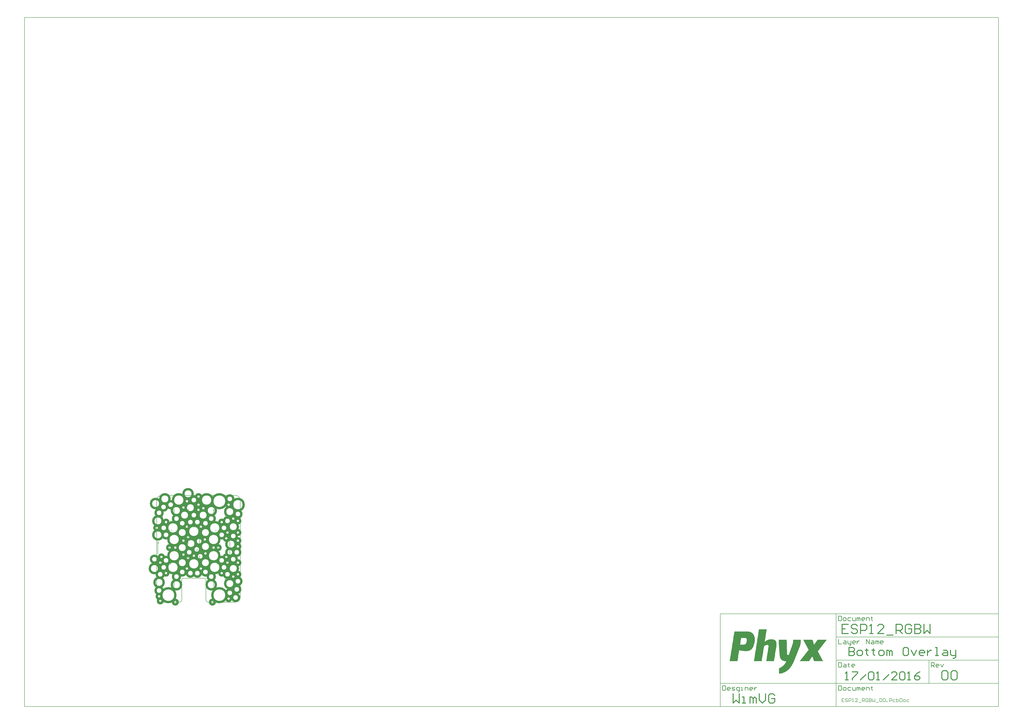
<source format=gbo>
G04 Layer_Color=32896*
%FSLAX25Y25*%
%MOIN*%
G70*
G01*
G75*
%ADD10C,0.03937*%
%ADD12C,0.00591*%
%ADD34C,0.00984*%
%ADD35C,0.01575*%
%ADD36C,0.00787*%
G36*
X92913Y90551D02*
Y88583D01*
X91929Y87598D01*
X88583D01*
X90551Y89567D01*
Y91535D01*
X92913Y90551D01*
D02*
G37*
G36*
X66929Y107087D02*
X65158Y105315D01*
X62992D01*
X60039Y108268D01*
Y110236D01*
X66929D01*
Y107087D01*
D02*
G37*
G36*
X85630Y77756D02*
Y75787D01*
X84646Y74803D01*
X80709D01*
X79724Y75787D01*
X80709Y76772D01*
Y78740D01*
X85630Y77756D01*
D02*
G37*
G36*
X79134Y87598D02*
Y84646D01*
X78150Y83661D01*
X75787D01*
X73819Y85630D01*
Y90551D01*
X79134Y87598D01*
D02*
G37*
G36*
X49213Y165354D02*
X45276D01*
Y169291D01*
X49213D01*
Y165354D01*
D02*
G37*
G36*
X75133Y169291D02*
X68898D01*
Y175197D01*
X75133D01*
Y169291D01*
D02*
G37*
G36*
X77756Y111221D02*
Y109252D01*
X76772Y108268D01*
X75787D01*
X73819Y110236D01*
X68898D01*
Y111221D01*
X72835Y115157D01*
Y118110D01*
X77756Y111221D01*
D02*
G37*
G36*
X94488Y163386D02*
X94177D01*
X93248Y163508D01*
X92092Y163987D01*
X91348Y164558D01*
X91128Y164778D01*
X90551Y165354D01*
X92520Y167323D01*
X94488D01*
Y163386D01*
D02*
G37*
G36*
X1093521Y-64032D02*
Y-64318D01*
Y-64605D01*
Y-64891D01*
Y-65177D01*
Y-65464D01*
Y-65750D01*
Y-66036D01*
Y-66322D01*
Y-66609D01*
Y-66895D01*
Y-67181D01*
Y-67468D01*
Y-67754D01*
Y-68040D01*
Y-68327D01*
Y-68613D01*
Y-68899D01*
Y-69186D01*
Y-69472D01*
Y-69758D01*
X1093234D01*
Y-70044D01*
Y-70331D01*
Y-70617D01*
Y-70903D01*
Y-71190D01*
X1092948D01*
Y-71476D01*
Y-71762D01*
Y-72049D01*
Y-72335D01*
X1092662D01*
Y-72621D01*
Y-72908D01*
Y-73194D01*
Y-73480D01*
X1092375D01*
Y-73767D01*
Y-74053D01*
Y-74339D01*
X1092089D01*
Y-74625D01*
Y-74912D01*
Y-75198D01*
X1091803D01*
Y-75485D01*
Y-75771D01*
Y-76057D01*
X1091516D01*
Y-76343D01*
Y-76630D01*
Y-76916D01*
X1091230D01*
Y-77202D01*
Y-77489D01*
X1090944D01*
Y-77775D01*
Y-78061D01*
X1090657D01*
Y-78348D01*
Y-78634D01*
Y-78920D01*
X1090371D01*
Y-79207D01*
Y-79493D01*
X1090085D01*
Y-79779D01*
Y-80066D01*
Y-80352D01*
X1089799D01*
Y-80638D01*
Y-80924D01*
X1089512D01*
Y-81211D01*
Y-81497D01*
Y-81783D01*
X1089226D01*
Y-82070D01*
Y-82356D01*
X1088939D01*
Y-82642D01*
Y-82929D01*
Y-83215D01*
X1088653D01*
Y-83501D01*
Y-83788D01*
X1088367D01*
Y-84074D01*
Y-84360D01*
Y-84646D01*
X1088081D01*
Y-84933D01*
Y-85219D01*
X1087794D01*
Y-85505D01*
Y-85792D01*
Y-86078D01*
X1087508D01*
Y-86364D01*
Y-86651D01*
X1087222D01*
Y-86937D01*
Y-87223D01*
Y-87510D01*
X1086935D01*
Y-87796D01*
Y-88082D01*
X1086649D01*
Y-88369D01*
Y-88655D01*
Y-88941D01*
X1086363D01*
Y-89227D01*
Y-89514D01*
X1086076D01*
Y-89800D01*
Y-90086D01*
Y-90373D01*
X1085790D01*
Y-90659D01*
Y-90945D01*
X1085504D01*
Y-91232D01*
Y-91518D01*
Y-91804D01*
X1085217D01*
Y-92091D01*
Y-92377D01*
X1084931D01*
Y-92663D01*
Y-92950D01*
Y-93236D01*
X1084645D01*
Y-93522D01*
Y-93809D01*
X1084359D01*
Y-94095D01*
Y-94381D01*
Y-94667D01*
X1084072D01*
Y-94954D01*
Y-95240D01*
X1083786D01*
Y-95526D01*
Y-95813D01*
Y-96099D01*
X1083500D01*
Y-96385D01*
Y-96672D01*
X1083213D01*
Y-96958D01*
Y-97244D01*
Y-97531D01*
X1082927D01*
Y-97817D01*
Y-98103D01*
X1082641D01*
Y-98390D01*
Y-98676D01*
Y-98962D01*
X1082354D01*
Y-99248D01*
Y-99535D01*
X1082068D01*
Y-99821D01*
Y-100107D01*
Y-100394D01*
X1081782D01*
Y-100680D01*
Y-100966D01*
X1081495D01*
Y-101253D01*
Y-101539D01*
X1081209D01*
Y-101825D01*
Y-102112D01*
X1080923D01*
Y-102398D01*
Y-102684D01*
Y-102971D01*
X1080637D01*
Y-103257D01*
X1080350D01*
Y-103543D01*
Y-103829D01*
Y-104116D01*
X1080064D01*
Y-104402D01*
X1079778D01*
Y-104688D01*
Y-104975D01*
X1079491D01*
Y-105261D01*
Y-105547D01*
X1079205D01*
Y-105834D01*
Y-106120D01*
X1078919D01*
Y-106406D01*
Y-106693D01*
X1078632D01*
Y-106979D01*
X1078346D01*
Y-107265D01*
Y-107552D01*
X1078060D01*
Y-107838D01*
Y-108124D01*
X1077773D01*
Y-108410D01*
X1077487D01*
Y-108697D01*
X1077201D01*
Y-108983D01*
Y-109269D01*
X1076914D01*
Y-109556D01*
X1076628D01*
Y-109842D01*
Y-110128D01*
X1076342D01*
Y-110415D01*
X1076056D01*
Y-110701D01*
X1075769D01*
Y-110987D01*
Y-111274D01*
X1075483D01*
Y-111560D01*
X1075196D01*
Y-111846D01*
X1074910D01*
Y-112133D01*
X1074624D01*
Y-112419D01*
X1074338D01*
Y-112705D01*
Y-112991D01*
X1074051D01*
Y-113278D01*
X1073765D01*
Y-113564D01*
X1073479D01*
Y-113850D01*
X1073192D01*
Y-114137D01*
X1072906D01*
Y-114423D01*
X1072620D01*
Y-114709D01*
X1072333D01*
Y-114996D01*
X1071761D01*
Y-115282D01*
X1071474D01*
Y-115568D01*
X1071188D01*
Y-115855D01*
X1070902D01*
Y-116141D01*
X1070615D01*
Y-116427D01*
X1070043D01*
Y-116714D01*
X1069757D01*
Y-117000D01*
X1069184D01*
Y-117286D01*
X1068898D01*
Y-117572D01*
X1068325D01*
Y-117859D01*
X1068039D01*
Y-118145D01*
X1067466D01*
Y-118431D01*
X1066893D01*
Y-118718D01*
X1066321D01*
Y-119004D01*
X1065748D01*
Y-119290D01*
X1065176D01*
Y-119577D01*
X1064317D01*
Y-119863D01*
X1063744D01*
Y-120149D01*
X1062885D01*
Y-120436D01*
X1061740D01*
Y-120722D01*
X1060595D01*
Y-121008D01*
X1058877D01*
Y-121294D01*
X1056872D01*
Y-121581D01*
X1056586D01*
Y-121294D01*
Y-121008D01*
Y-120722D01*
Y-120436D01*
Y-120149D01*
Y-119863D01*
Y-119577D01*
Y-119290D01*
Y-119004D01*
Y-118718D01*
Y-118431D01*
Y-118145D01*
Y-117859D01*
Y-117572D01*
Y-117286D01*
Y-117000D01*
Y-116714D01*
Y-116427D01*
Y-116141D01*
Y-115855D01*
Y-115568D01*
Y-115282D01*
Y-114996D01*
Y-114709D01*
Y-114423D01*
Y-114137D01*
Y-113850D01*
Y-113564D01*
Y-113278D01*
Y-112991D01*
Y-112705D01*
Y-112419D01*
Y-112133D01*
X1057159D01*
Y-111846D01*
X1057731D01*
Y-111560D01*
X1058304D01*
Y-111274D01*
X1058877D01*
Y-110987D01*
X1059449D01*
Y-110701D01*
X1060022D01*
Y-110415D01*
X1060308D01*
Y-110128D01*
X1060881D01*
Y-109842D01*
X1061167D01*
Y-109556D01*
X1061740D01*
Y-109269D01*
X1062026D01*
Y-108983D01*
X1062312D01*
Y-108697D01*
X1062885D01*
Y-108410D01*
X1063171D01*
Y-108124D01*
X1063458D01*
Y-107838D01*
X1063744D01*
Y-107552D01*
X1064030D01*
Y-107265D01*
X1064317D01*
Y-106979D01*
X1064603D01*
Y-106693D01*
X1064889D01*
Y-106406D01*
X1065176D01*
Y-106120D01*
X1065462D01*
Y-105834D01*
X1065748D01*
Y-105547D01*
X1066035D01*
Y-105261D01*
Y-104975D01*
X1066321D01*
Y-104688D01*
X1066607D01*
Y-104402D01*
X1066893D01*
Y-104116D01*
Y-103829D01*
X1067180D01*
Y-103543D01*
X1067466D01*
Y-103257D01*
Y-102971D01*
X1067752D01*
Y-102684D01*
Y-102398D01*
X1068039D01*
Y-102112D01*
X1068325D01*
Y-101825D01*
Y-101539D01*
X1068611D01*
Y-101253D01*
Y-100966D01*
X1068898D01*
Y-100680D01*
Y-100394D01*
X1067180D01*
Y-100107D01*
X1065176D01*
Y-99821D01*
X1064030D01*
Y-99535D01*
X1063458D01*
Y-99248D01*
X1062599D01*
Y-98962D01*
X1062026D01*
Y-98676D01*
X1061740D01*
Y-98390D01*
X1061167D01*
Y-98103D01*
X1060881D01*
Y-97817D01*
X1060595D01*
Y-97531D01*
X1060308D01*
Y-97244D01*
X1060022D01*
Y-96958D01*
X1059736D01*
Y-96672D01*
Y-96385D01*
X1059449D01*
Y-96099D01*
X1059163D01*
Y-95813D01*
Y-95526D01*
X1058877D01*
Y-95240D01*
Y-94954D01*
X1058590D01*
Y-94667D01*
Y-94381D01*
X1058304D01*
Y-94095D01*
Y-93809D01*
Y-93522D01*
X1058018D01*
Y-93236D01*
Y-92950D01*
Y-92663D01*
Y-92377D01*
X1057731D01*
Y-92091D01*
Y-91804D01*
Y-91518D01*
Y-91232D01*
Y-90945D01*
Y-90659D01*
Y-90373D01*
X1057445D01*
Y-90086D01*
Y-89800D01*
Y-89514D01*
Y-89227D01*
Y-88941D01*
Y-88655D01*
Y-88369D01*
Y-88082D01*
Y-87796D01*
Y-87510D01*
Y-87223D01*
Y-86937D01*
Y-86651D01*
Y-86364D01*
Y-86078D01*
X1057159D01*
Y-85792D01*
Y-85505D01*
Y-85219D01*
Y-84933D01*
Y-84646D01*
Y-84360D01*
Y-84074D01*
Y-83788D01*
Y-83501D01*
Y-83215D01*
Y-82929D01*
Y-82642D01*
Y-82356D01*
Y-82070D01*
Y-81783D01*
X1056872D01*
Y-81497D01*
Y-81211D01*
Y-80924D01*
Y-80638D01*
Y-80352D01*
Y-80066D01*
Y-79779D01*
Y-79493D01*
Y-79207D01*
Y-78920D01*
Y-78634D01*
Y-78348D01*
Y-78061D01*
Y-77775D01*
Y-77489D01*
Y-77202D01*
X1056586D01*
Y-76916D01*
Y-76630D01*
Y-76343D01*
Y-76057D01*
Y-75771D01*
Y-75485D01*
Y-75198D01*
Y-74912D01*
Y-74625D01*
Y-74339D01*
Y-74053D01*
Y-73767D01*
Y-73480D01*
Y-73194D01*
Y-72908D01*
Y-72621D01*
X1056300D01*
Y-72335D01*
Y-72049D01*
Y-71762D01*
Y-71476D01*
Y-71190D01*
Y-70903D01*
Y-70617D01*
Y-70331D01*
Y-70044D01*
Y-69758D01*
Y-69472D01*
Y-69186D01*
Y-68899D01*
Y-68613D01*
X1056014D01*
Y-68327D01*
Y-68040D01*
Y-67754D01*
Y-67468D01*
Y-67181D01*
Y-66895D01*
Y-66609D01*
Y-66322D01*
Y-66036D01*
Y-65750D01*
Y-65464D01*
Y-65177D01*
Y-64891D01*
Y-64605D01*
Y-64318D01*
Y-64032D01*
X1055727D01*
Y-63746D01*
X1069470D01*
Y-64032D01*
Y-64318D01*
Y-64605D01*
Y-64891D01*
Y-65177D01*
Y-65464D01*
Y-65750D01*
Y-66036D01*
Y-66322D01*
Y-66609D01*
Y-66895D01*
Y-67181D01*
Y-67468D01*
Y-67754D01*
X1069757D01*
Y-68040D01*
Y-68327D01*
Y-68613D01*
Y-68899D01*
Y-69186D01*
Y-69472D01*
Y-69758D01*
Y-70044D01*
Y-70331D01*
Y-70617D01*
Y-70903D01*
Y-71190D01*
Y-71476D01*
Y-71762D01*
Y-72049D01*
Y-72335D01*
Y-72621D01*
Y-72908D01*
Y-73194D01*
Y-73480D01*
Y-73767D01*
Y-74053D01*
Y-74339D01*
Y-74625D01*
Y-74912D01*
Y-75198D01*
Y-75485D01*
Y-75771D01*
Y-76057D01*
Y-76343D01*
Y-76630D01*
Y-76916D01*
Y-77202D01*
Y-77489D01*
Y-77775D01*
Y-78061D01*
Y-78348D01*
Y-78634D01*
Y-78920D01*
Y-79207D01*
Y-79493D01*
X1070043D01*
Y-79779D01*
X1069757D01*
Y-80066D01*
Y-80352D01*
X1070043D01*
Y-80638D01*
Y-80924D01*
Y-81211D01*
Y-81497D01*
Y-81783D01*
Y-82070D01*
Y-82356D01*
Y-82642D01*
Y-82929D01*
Y-83215D01*
Y-83501D01*
Y-83788D01*
Y-84074D01*
Y-84360D01*
Y-84646D01*
Y-84933D01*
Y-85219D01*
Y-85505D01*
Y-85792D01*
Y-86078D01*
Y-86364D01*
Y-86651D01*
Y-86937D01*
Y-87223D01*
Y-87510D01*
Y-87796D01*
X1070329D01*
Y-88082D01*
Y-88369D01*
Y-88655D01*
X1070615D01*
Y-88941D01*
X1070902D01*
Y-89227D01*
X1071188D01*
Y-89514D01*
X1072047D01*
Y-89800D01*
X1072906D01*
Y-89514D01*
X1073192D01*
Y-89227D01*
Y-88941D01*
Y-88655D01*
X1073479D01*
Y-88369D01*
Y-88082D01*
X1073765D01*
Y-87796D01*
Y-87510D01*
Y-87223D01*
X1074051D01*
Y-86937D01*
Y-86651D01*
Y-86364D01*
X1074338D01*
Y-86078D01*
Y-85792D01*
Y-85505D01*
X1074624D01*
Y-85219D01*
Y-84933D01*
Y-84646D01*
X1074910D01*
Y-84360D01*
Y-84074D01*
X1075196D01*
Y-83788D01*
Y-83501D01*
Y-83215D01*
X1075483D01*
Y-82929D01*
Y-82642D01*
Y-82356D01*
X1075769D01*
Y-82070D01*
Y-81783D01*
Y-81497D01*
X1076056D01*
Y-81211D01*
Y-80924D01*
X1076342D01*
Y-80638D01*
Y-80352D01*
Y-80066D01*
X1076628D01*
Y-79779D01*
Y-79493D01*
Y-79207D01*
X1076914D01*
Y-78920D01*
Y-78634D01*
Y-78348D01*
X1077201D01*
Y-78061D01*
Y-77775D01*
X1077487D01*
Y-77489D01*
Y-77202D01*
Y-76916D01*
X1077773D01*
Y-76630D01*
Y-76343D01*
Y-76057D01*
X1078060D01*
Y-75771D01*
Y-75485D01*
Y-75198D01*
X1078346D01*
Y-74912D01*
Y-74625D01*
X1078632D01*
Y-74339D01*
Y-74053D01*
Y-73767D01*
X1078919D01*
Y-73480D01*
Y-73194D01*
Y-72908D01*
X1079205D01*
Y-72621D01*
Y-72335D01*
Y-72049D01*
X1079491D01*
Y-71762D01*
Y-71476D01*
Y-71190D01*
Y-70903D01*
X1079778D01*
Y-70617D01*
Y-70331D01*
Y-70044D01*
Y-69758D01*
X1080064D01*
Y-69472D01*
Y-69186D01*
Y-68899D01*
Y-68613D01*
Y-68327D01*
X1080350D01*
Y-68040D01*
Y-67754D01*
Y-67468D01*
Y-67181D01*
Y-66895D01*
Y-66609D01*
X1080637D01*
Y-66322D01*
Y-66036D01*
Y-65750D01*
Y-65464D01*
Y-65177D01*
Y-64891D01*
Y-64605D01*
Y-64318D01*
Y-64032D01*
Y-63746D01*
X1093521D01*
Y-64032D01*
D02*
G37*
G36*
X1035685Y-46567D02*
Y-46853D01*
X1035399D01*
Y-47139D01*
Y-47426D01*
Y-47712D01*
Y-47998D01*
Y-48285D01*
Y-48571D01*
X1035113D01*
Y-48857D01*
Y-49144D01*
Y-49430D01*
Y-49716D01*
Y-50003D01*
Y-50289D01*
X1034826D01*
Y-50575D01*
Y-50862D01*
Y-51148D01*
Y-51434D01*
Y-51720D01*
Y-52007D01*
Y-52293D01*
X1034540D01*
Y-52579D01*
Y-52866D01*
Y-53152D01*
Y-53438D01*
Y-53725D01*
Y-54011D01*
X1034254D01*
Y-54297D01*
Y-54584D01*
Y-54870D01*
Y-55156D01*
Y-55443D01*
Y-55729D01*
X1033967D01*
Y-56015D01*
Y-56301D01*
Y-56588D01*
Y-56874D01*
Y-57161D01*
Y-57447D01*
Y-57733D01*
X1033681D01*
Y-58019D01*
Y-58306D01*
Y-58592D01*
Y-58878D01*
Y-59165D01*
Y-59451D01*
X1033395D01*
Y-59737D01*
Y-60024D01*
Y-60310D01*
Y-60596D01*
Y-60883D01*
Y-61169D01*
X1033109D01*
Y-61455D01*
Y-61742D01*
Y-62028D01*
Y-62314D01*
Y-62600D01*
Y-62887D01*
X1032822D01*
Y-63173D01*
Y-63459D01*
Y-63746D01*
Y-64032D01*
Y-64318D01*
Y-64605D01*
Y-64891D01*
X1032536D01*
Y-65177D01*
Y-65464D01*
Y-65750D01*
Y-66036D01*
Y-66322D01*
Y-66609D01*
X1032250D01*
Y-66895D01*
Y-67181D01*
X1032822D01*
Y-66895D01*
X1033109D01*
Y-66609D01*
X1033395D01*
Y-66322D01*
X1033967D01*
Y-66036D01*
X1034254D01*
Y-65750D01*
X1034540D01*
Y-65464D01*
X1035113D01*
Y-65177D01*
X1035685D01*
Y-64891D01*
X1035972D01*
Y-64605D01*
X1036544D01*
Y-64318D01*
X1037403D01*
Y-64032D01*
X1037976D01*
Y-63746D01*
X1038835D01*
Y-63459D01*
X1040266D01*
Y-63173D01*
X1046565D01*
Y-63459D01*
X1047711D01*
Y-63746D01*
X1048569D01*
Y-64032D01*
X1049142D01*
Y-64318D01*
X1049428D01*
Y-64605D01*
X1050001D01*
Y-64891D01*
X1050287D01*
Y-65177D01*
X1050574D01*
Y-65464D01*
X1050860D01*
Y-65750D01*
X1051146D01*
Y-66036D01*
Y-66322D01*
X1051433D01*
Y-66609D01*
Y-66895D01*
X1051719D01*
Y-67181D01*
Y-67468D01*
Y-67754D01*
X1052005D01*
Y-68040D01*
Y-68327D01*
Y-68613D01*
Y-68899D01*
X1052291D01*
Y-69186D01*
Y-69472D01*
Y-69758D01*
Y-70044D01*
Y-70331D01*
Y-70617D01*
Y-70903D01*
Y-71190D01*
Y-71476D01*
Y-71762D01*
Y-72049D01*
Y-72335D01*
Y-72621D01*
Y-72908D01*
Y-73194D01*
Y-73480D01*
Y-73767D01*
Y-74053D01*
X1052005D01*
Y-74339D01*
Y-74625D01*
Y-74912D01*
Y-75198D01*
Y-75485D01*
Y-75771D01*
Y-76057D01*
X1051719D01*
Y-76343D01*
Y-76630D01*
Y-76916D01*
Y-77202D01*
Y-77489D01*
Y-77775D01*
Y-78061D01*
X1051433D01*
Y-78348D01*
Y-78634D01*
Y-78920D01*
Y-79207D01*
Y-79493D01*
Y-79779D01*
X1051146D01*
Y-80066D01*
Y-80352D01*
Y-80638D01*
Y-80924D01*
Y-81211D01*
Y-81497D01*
X1050860D01*
Y-81783D01*
Y-82070D01*
Y-82356D01*
Y-82642D01*
Y-82929D01*
Y-83215D01*
X1050574D01*
Y-83501D01*
Y-83788D01*
Y-84074D01*
Y-84360D01*
Y-84646D01*
Y-84933D01*
Y-85219D01*
X1050287D01*
Y-85505D01*
Y-85792D01*
Y-86078D01*
Y-86364D01*
Y-86651D01*
Y-86937D01*
X1050001D01*
Y-87223D01*
Y-87510D01*
Y-87796D01*
Y-88082D01*
Y-88369D01*
Y-88655D01*
X1049715D01*
Y-88941D01*
Y-89227D01*
Y-89514D01*
Y-89800D01*
Y-90086D01*
Y-90373D01*
Y-90659D01*
X1049428D01*
Y-90945D01*
Y-91232D01*
Y-91518D01*
Y-91804D01*
Y-92091D01*
Y-92377D01*
X1049142D01*
Y-92663D01*
Y-92950D01*
Y-93236D01*
Y-93522D01*
Y-93809D01*
Y-94095D01*
X1048856D01*
Y-94381D01*
Y-94667D01*
Y-94954D01*
Y-95240D01*
Y-95526D01*
Y-95813D01*
X1048569D01*
Y-96099D01*
Y-96385D01*
Y-96672D01*
Y-96958D01*
Y-97244D01*
Y-97531D01*
Y-97817D01*
X1048283D01*
Y-98103D01*
Y-98390D01*
Y-98676D01*
Y-98962D01*
Y-99248D01*
Y-99535D01*
X1047997D01*
Y-99821D01*
Y-100107D01*
X1034826D01*
Y-99821D01*
Y-99535D01*
X1035113D01*
Y-99248D01*
Y-98962D01*
Y-98676D01*
Y-98390D01*
Y-98103D01*
Y-97817D01*
X1035399D01*
Y-97531D01*
Y-97244D01*
Y-96958D01*
Y-96672D01*
Y-96385D01*
Y-96099D01*
Y-95813D01*
X1035685D01*
Y-95526D01*
Y-95240D01*
Y-94954D01*
Y-94667D01*
Y-94381D01*
Y-94095D01*
X1035972D01*
Y-93809D01*
Y-93522D01*
Y-93236D01*
Y-92950D01*
Y-92663D01*
Y-92377D01*
X1036258D01*
Y-92091D01*
Y-91804D01*
Y-91518D01*
Y-91232D01*
Y-90945D01*
Y-90659D01*
Y-90373D01*
X1036544D01*
Y-90086D01*
Y-89800D01*
Y-89514D01*
Y-89227D01*
Y-88941D01*
Y-88655D01*
X1036831D01*
Y-88369D01*
Y-88082D01*
Y-87796D01*
Y-87510D01*
Y-87223D01*
Y-86937D01*
Y-86651D01*
X1037117D01*
Y-86364D01*
Y-86078D01*
Y-85792D01*
Y-85505D01*
Y-85219D01*
Y-84933D01*
X1037403D01*
Y-84646D01*
Y-84360D01*
Y-84074D01*
Y-83788D01*
Y-83501D01*
Y-83215D01*
X1037689D01*
Y-82929D01*
Y-82642D01*
Y-82356D01*
Y-82070D01*
Y-81783D01*
Y-81497D01*
X1037976D01*
Y-81211D01*
Y-80924D01*
Y-80638D01*
Y-80352D01*
Y-80066D01*
Y-79779D01*
Y-79493D01*
X1038262D01*
Y-79207D01*
Y-78920D01*
Y-78634D01*
Y-78348D01*
Y-78061D01*
Y-77775D01*
X1038548D01*
Y-77489D01*
Y-77202D01*
Y-76916D01*
Y-76630D01*
Y-76343D01*
Y-76057D01*
Y-75771D01*
X1038835D01*
Y-75485D01*
Y-75198D01*
Y-74912D01*
Y-74625D01*
Y-74339D01*
Y-74053D01*
X1038548D01*
Y-73767D01*
Y-73480D01*
X1038262D01*
Y-73194D01*
X1037976D01*
Y-72908D01*
X1037403D01*
Y-72621D01*
X1035685D01*
Y-72908D01*
X1034254D01*
Y-73194D01*
X1033395D01*
Y-73480D01*
X1032822D01*
Y-73767D01*
X1032536D01*
Y-74053D01*
X1031963D01*
Y-74339D01*
X1031677D01*
Y-74625D01*
X1031391D01*
Y-74912D01*
Y-75198D01*
X1031104D01*
Y-75485D01*
Y-75771D01*
Y-76057D01*
X1030818D01*
Y-76343D01*
Y-76630D01*
Y-76916D01*
Y-77202D01*
Y-77489D01*
Y-77775D01*
X1030532D01*
Y-78061D01*
Y-78348D01*
Y-78634D01*
Y-78920D01*
Y-79207D01*
Y-79493D01*
Y-79779D01*
X1030245D01*
Y-80066D01*
Y-80352D01*
Y-80638D01*
Y-80924D01*
Y-81211D01*
Y-81497D01*
X1029959D01*
Y-81783D01*
Y-82070D01*
Y-82356D01*
Y-82642D01*
Y-82929D01*
Y-83215D01*
X1029673D01*
Y-83501D01*
Y-83788D01*
Y-84074D01*
Y-84360D01*
Y-84646D01*
Y-84933D01*
X1029387D01*
Y-85219D01*
Y-85505D01*
Y-85792D01*
Y-86078D01*
Y-86364D01*
Y-86651D01*
Y-86937D01*
X1029100D01*
Y-87223D01*
Y-87510D01*
Y-87796D01*
Y-88082D01*
Y-88369D01*
Y-88655D01*
X1028814D01*
Y-88941D01*
Y-89227D01*
Y-89514D01*
Y-89800D01*
Y-90086D01*
Y-90373D01*
X1028528D01*
Y-90659D01*
Y-90945D01*
Y-91232D01*
Y-91518D01*
Y-91804D01*
Y-92091D01*
Y-92377D01*
X1028241D01*
Y-92663D01*
Y-92950D01*
Y-93236D01*
Y-93522D01*
Y-93809D01*
Y-94095D01*
X1027955D01*
Y-94381D01*
Y-94667D01*
Y-94954D01*
Y-95240D01*
Y-95526D01*
Y-95813D01*
X1027669D01*
Y-96099D01*
Y-96385D01*
Y-96672D01*
Y-96958D01*
Y-97244D01*
Y-97531D01*
X1027382D01*
Y-97817D01*
Y-98103D01*
Y-98390D01*
Y-98676D01*
Y-98962D01*
Y-99248D01*
Y-99535D01*
X1027096D01*
Y-99821D01*
Y-100107D01*
X1013926D01*
Y-99821D01*
Y-99535D01*
X1014212D01*
Y-99248D01*
Y-98962D01*
Y-98676D01*
Y-98390D01*
Y-98103D01*
Y-97817D01*
Y-97531D01*
X1014498D01*
Y-97244D01*
Y-96958D01*
Y-96672D01*
Y-96385D01*
Y-96099D01*
Y-95813D01*
X1014785D01*
Y-95526D01*
Y-95240D01*
Y-94954D01*
Y-94667D01*
Y-94381D01*
Y-94095D01*
X1015071D01*
Y-93809D01*
Y-93522D01*
Y-93236D01*
Y-92950D01*
Y-92663D01*
Y-92377D01*
Y-92091D01*
X1015357D01*
Y-91804D01*
Y-91518D01*
Y-91232D01*
Y-90945D01*
Y-90659D01*
Y-90373D01*
X1015643D01*
Y-90086D01*
Y-89800D01*
Y-89514D01*
Y-89227D01*
Y-88941D01*
Y-88655D01*
X1015930D01*
Y-88369D01*
Y-88082D01*
Y-87796D01*
Y-87510D01*
Y-87223D01*
Y-86937D01*
X1016216D01*
Y-86651D01*
Y-86364D01*
Y-86078D01*
Y-85792D01*
Y-85505D01*
Y-85219D01*
Y-84933D01*
X1016502D01*
Y-84646D01*
Y-84360D01*
Y-84074D01*
Y-83788D01*
Y-83501D01*
Y-83215D01*
X1016789D01*
Y-82929D01*
Y-82642D01*
Y-82356D01*
Y-82070D01*
Y-81783D01*
Y-81497D01*
X1017075D01*
Y-81211D01*
Y-80924D01*
Y-80638D01*
Y-80352D01*
Y-80066D01*
Y-79779D01*
Y-79493D01*
X1017361D01*
Y-79207D01*
Y-78920D01*
Y-78634D01*
Y-78348D01*
Y-78061D01*
Y-77775D01*
X1017648D01*
Y-77489D01*
Y-77202D01*
Y-76916D01*
Y-76630D01*
Y-76343D01*
Y-76057D01*
X1017934D01*
Y-75771D01*
Y-75485D01*
Y-75198D01*
Y-74912D01*
Y-74625D01*
Y-74339D01*
X1018220D01*
Y-74053D01*
Y-73767D01*
Y-73480D01*
Y-73194D01*
Y-72908D01*
Y-72621D01*
Y-72335D01*
X1018507D01*
Y-72049D01*
Y-71762D01*
Y-71476D01*
Y-71190D01*
Y-70903D01*
Y-70617D01*
X1018793D01*
Y-70331D01*
Y-70044D01*
Y-69758D01*
Y-69472D01*
Y-69186D01*
Y-68899D01*
X1019079D01*
Y-68613D01*
Y-68327D01*
Y-68040D01*
Y-67754D01*
Y-67468D01*
Y-67181D01*
X1019366D01*
Y-66895D01*
Y-66609D01*
Y-66322D01*
Y-66036D01*
Y-65750D01*
Y-65464D01*
Y-65177D01*
X1019652D01*
Y-64891D01*
Y-64605D01*
Y-64318D01*
Y-64032D01*
Y-63746D01*
Y-63459D01*
X1019938D01*
Y-63173D01*
Y-62887D01*
Y-62600D01*
Y-62314D01*
Y-62028D01*
Y-61742D01*
X1020224D01*
Y-61455D01*
Y-61169D01*
Y-60883D01*
Y-60596D01*
Y-60310D01*
Y-60024D01*
Y-59737D01*
X1020511D01*
Y-59451D01*
Y-59165D01*
Y-58878D01*
Y-58592D01*
Y-58306D01*
Y-58019D01*
X1020797D01*
Y-57733D01*
Y-57447D01*
Y-57161D01*
Y-56874D01*
Y-56588D01*
Y-56301D01*
X1021083D01*
Y-56015D01*
Y-55729D01*
Y-55443D01*
Y-55156D01*
Y-54870D01*
Y-54584D01*
X1021370D01*
Y-54297D01*
Y-54011D01*
Y-53725D01*
Y-53438D01*
Y-53152D01*
Y-52866D01*
Y-52579D01*
X1021656D01*
Y-52293D01*
Y-52007D01*
Y-51720D01*
Y-51434D01*
Y-51148D01*
Y-50862D01*
X1021942D01*
Y-50575D01*
Y-50289D01*
Y-50003D01*
Y-49716D01*
Y-49430D01*
Y-49144D01*
X1022229D01*
Y-48857D01*
Y-48571D01*
Y-48285D01*
Y-47998D01*
Y-47712D01*
Y-47426D01*
Y-47139D01*
X1022515D01*
Y-46853D01*
Y-46567D01*
Y-46281D01*
X1035685D01*
Y-46567D01*
D02*
G37*
G36*
X1004477Y-50003D02*
X1006195D01*
Y-50289D01*
X1007054D01*
Y-50575D01*
X1007913D01*
Y-50862D01*
X1008772D01*
Y-51148D01*
X1009345D01*
Y-51434D01*
X1009631D01*
Y-51720D01*
X1010203D01*
Y-52007D01*
X1010490D01*
Y-52293D01*
X1011062D01*
Y-52579D01*
X1011349D01*
Y-52866D01*
X1011635D01*
Y-53152D01*
X1011921D01*
Y-53438D01*
X1012208D01*
Y-53725D01*
X1012494D01*
Y-54011D01*
X1012780D01*
Y-54297D01*
Y-54584D01*
X1013067D01*
Y-54870D01*
X1013353D01*
Y-55156D01*
Y-55443D01*
X1013639D01*
Y-55729D01*
X1013926D01*
Y-56015D01*
Y-56301D01*
X1014212D01*
Y-56588D01*
Y-56874D01*
Y-57161D01*
X1014498D01*
Y-57447D01*
Y-57733D01*
Y-58019D01*
X1014785D01*
Y-58306D01*
Y-58592D01*
Y-58878D01*
Y-59165D01*
X1015071D01*
Y-59451D01*
Y-59737D01*
Y-60024D01*
Y-60310D01*
Y-60596D01*
X1015357D01*
Y-60883D01*
Y-61169D01*
Y-61455D01*
Y-61742D01*
Y-62028D01*
Y-62314D01*
Y-62600D01*
Y-62887D01*
Y-63173D01*
Y-63459D01*
Y-63746D01*
Y-64032D01*
Y-64318D01*
Y-64605D01*
Y-64891D01*
Y-65177D01*
Y-65464D01*
Y-65750D01*
Y-66036D01*
Y-66322D01*
X1015071D01*
Y-66609D01*
Y-66895D01*
Y-67181D01*
Y-67468D01*
Y-67754D01*
Y-68040D01*
Y-68327D01*
X1014785D01*
Y-68613D01*
Y-68899D01*
Y-69186D01*
Y-69472D01*
Y-69758D01*
X1014498D01*
Y-70044D01*
Y-70331D01*
Y-70617D01*
Y-70903D01*
Y-71190D01*
X1014212D01*
Y-71476D01*
Y-71762D01*
Y-72049D01*
X1013926D01*
Y-72335D01*
Y-72621D01*
Y-72908D01*
Y-73194D01*
X1013639D01*
Y-73480D01*
Y-73767D01*
Y-74053D01*
X1013353D01*
Y-74339D01*
Y-74625D01*
X1013067D01*
Y-74912D01*
Y-75198D01*
Y-75485D01*
X1012780D01*
Y-75771D01*
Y-76057D01*
X1012494D01*
Y-76343D01*
Y-76630D01*
X1012208D01*
Y-76916D01*
Y-77202D01*
X1011921D01*
Y-77489D01*
X1011635D01*
Y-77775D01*
Y-78061D01*
X1011349D01*
Y-78348D01*
X1011062D01*
Y-78634D01*
X1010776D01*
Y-78920D01*
Y-79207D01*
X1010490D01*
Y-79493D01*
X1010203D01*
Y-79779D01*
X1009917D01*
Y-80066D01*
X1009631D01*
Y-80352D01*
X1009345D01*
Y-80638D01*
X1008772D01*
Y-80924D01*
X1008486D01*
Y-81211D01*
X1007913D01*
Y-81497D01*
X1007627D01*
Y-81783D01*
X1007054D01*
Y-82070D01*
X1006195D01*
Y-82356D01*
X1005336D01*
Y-82642D01*
X1004477D01*
Y-82929D01*
X1002759D01*
Y-83215D01*
X997606D01*
Y-82929D01*
X995029D01*
Y-82642D01*
X993025D01*
Y-82356D01*
X991593D01*
Y-82070D01*
X990162D01*
Y-81783D01*
X988730D01*
Y-82070D01*
Y-82356D01*
Y-82642D01*
Y-82929D01*
Y-83215D01*
Y-83501D01*
Y-83788D01*
X988444D01*
Y-84074D01*
Y-84360D01*
Y-84646D01*
Y-84933D01*
Y-85219D01*
Y-85505D01*
X988157D01*
Y-85792D01*
Y-86078D01*
Y-86364D01*
Y-86651D01*
Y-86937D01*
Y-87223D01*
X987871D01*
Y-87510D01*
Y-87796D01*
Y-88082D01*
Y-88369D01*
Y-88655D01*
Y-88941D01*
Y-89227D01*
X987585D01*
Y-89514D01*
Y-89800D01*
Y-90086D01*
Y-90373D01*
Y-90659D01*
Y-90945D01*
X987298D01*
Y-91232D01*
Y-91518D01*
Y-91804D01*
Y-92091D01*
Y-92377D01*
Y-92663D01*
X987012D01*
Y-92950D01*
Y-93236D01*
Y-93522D01*
Y-93809D01*
Y-94095D01*
Y-94381D01*
Y-94667D01*
X986726D01*
Y-94954D01*
Y-95240D01*
Y-95526D01*
Y-95813D01*
Y-96099D01*
Y-96385D01*
X986440D01*
Y-96672D01*
Y-96958D01*
Y-97244D01*
Y-97531D01*
Y-97817D01*
Y-98103D01*
X986153D01*
Y-98390D01*
Y-98676D01*
Y-98962D01*
Y-99248D01*
Y-99535D01*
Y-99821D01*
Y-100107D01*
X972696D01*
Y-99821D01*
X972983D01*
Y-99535D01*
Y-99248D01*
Y-98962D01*
Y-98676D01*
Y-98390D01*
X973269D01*
Y-98103D01*
Y-97817D01*
Y-97531D01*
Y-97244D01*
Y-96958D01*
Y-96672D01*
Y-96385D01*
X973555D01*
Y-96099D01*
Y-95813D01*
Y-95526D01*
Y-95240D01*
Y-94954D01*
Y-94667D01*
X973842D01*
Y-94381D01*
Y-94095D01*
Y-93809D01*
Y-93522D01*
Y-93236D01*
Y-92950D01*
X974128D01*
Y-92663D01*
Y-92377D01*
Y-92091D01*
Y-91804D01*
Y-91518D01*
Y-91232D01*
Y-90945D01*
X974414D01*
Y-90659D01*
Y-90373D01*
Y-90086D01*
Y-89800D01*
Y-89514D01*
Y-89227D01*
X974701D01*
Y-88941D01*
Y-88655D01*
Y-88369D01*
Y-88082D01*
Y-87796D01*
Y-87510D01*
X974987D01*
Y-87223D01*
Y-86937D01*
Y-86651D01*
Y-86364D01*
Y-86078D01*
Y-85792D01*
X975273D01*
Y-85505D01*
Y-85219D01*
Y-84933D01*
Y-84646D01*
Y-84360D01*
Y-84074D01*
Y-83788D01*
X975560D01*
Y-83501D01*
Y-83215D01*
Y-82929D01*
Y-82642D01*
Y-82356D01*
Y-82070D01*
X975846D01*
Y-81783D01*
Y-81497D01*
Y-81211D01*
Y-80924D01*
Y-80638D01*
Y-80352D01*
X976132D01*
Y-80066D01*
Y-79779D01*
Y-79493D01*
Y-79207D01*
Y-78920D01*
Y-78634D01*
X976419D01*
Y-78348D01*
Y-78061D01*
Y-77775D01*
Y-77489D01*
Y-77202D01*
Y-76916D01*
Y-76630D01*
X976705D01*
Y-76343D01*
Y-76057D01*
Y-75771D01*
Y-75485D01*
Y-75198D01*
Y-74912D01*
X976991D01*
Y-74625D01*
Y-74339D01*
Y-74053D01*
Y-73767D01*
Y-73480D01*
Y-73194D01*
X977277D01*
Y-72908D01*
Y-72621D01*
Y-72335D01*
Y-72049D01*
Y-71762D01*
Y-71476D01*
Y-71190D01*
X977564D01*
Y-70903D01*
Y-70617D01*
Y-70331D01*
Y-70044D01*
Y-69758D01*
Y-69472D01*
X977850D01*
Y-69186D01*
Y-68899D01*
Y-68613D01*
Y-68327D01*
Y-68040D01*
Y-67754D01*
X978137D01*
Y-67468D01*
Y-67181D01*
Y-66895D01*
Y-66609D01*
Y-66322D01*
Y-66036D01*
X978423D01*
Y-65750D01*
Y-65464D01*
Y-65177D01*
Y-64891D01*
Y-64605D01*
Y-64318D01*
Y-64032D01*
X978709D01*
Y-63746D01*
Y-63459D01*
Y-63173D01*
Y-62887D01*
Y-62600D01*
Y-62314D01*
X978995D01*
Y-62028D01*
Y-61742D01*
Y-61455D01*
Y-61169D01*
Y-60883D01*
Y-60596D01*
X979282D01*
Y-60310D01*
Y-60024D01*
Y-59737D01*
Y-59451D01*
Y-59165D01*
Y-58878D01*
Y-58592D01*
X979568D01*
Y-58306D01*
Y-58019D01*
Y-57733D01*
Y-57447D01*
Y-57161D01*
Y-56874D01*
X979854D01*
Y-56588D01*
Y-56301D01*
Y-56015D01*
Y-55729D01*
Y-55443D01*
Y-55156D01*
X980141D01*
Y-54870D01*
Y-54584D01*
Y-54297D01*
Y-54011D01*
Y-53725D01*
Y-53438D01*
Y-53152D01*
X980427D01*
Y-52866D01*
Y-52579D01*
Y-52293D01*
Y-52007D01*
Y-51720D01*
Y-51434D01*
X980713D01*
Y-51148D01*
Y-50862D01*
Y-50575D01*
Y-50289D01*
Y-50003D01*
Y-49716D01*
X1004477D01*
Y-50003D01*
D02*
G37*
G36*
X1137613Y-64032D02*
X1137326D01*
Y-64318D01*
X1137040D01*
Y-64605D01*
Y-64891D01*
X1136754D01*
Y-65177D01*
X1136467D01*
Y-65464D01*
X1136181D01*
Y-65750D01*
Y-66036D01*
X1135895D01*
Y-66322D01*
X1135608D01*
Y-66609D01*
X1135322D01*
Y-66895D01*
X1135036D01*
Y-67181D01*
Y-67468D01*
X1134750D01*
Y-67754D01*
X1134463D01*
Y-68040D01*
X1134177D01*
Y-68327D01*
Y-68613D01*
X1133891D01*
Y-68899D01*
X1133604D01*
Y-69186D01*
X1133318D01*
Y-69472D01*
X1133032D01*
Y-69758D01*
Y-70044D01*
X1132745D01*
Y-70331D01*
X1132459D01*
Y-70617D01*
X1132173D01*
Y-70903D01*
Y-71190D01*
X1131886D01*
Y-71476D01*
X1131600D01*
Y-71762D01*
X1131314D01*
Y-72049D01*
Y-72335D01*
X1131028D01*
Y-72621D01*
X1130741D01*
Y-72908D01*
X1130455D01*
Y-73194D01*
X1130169D01*
Y-73480D01*
Y-73767D01*
X1129882D01*
Y-74053D01*
X1129596D01*
Y-74339D01*
X1129310D01*
Y-74625D01*
Y-74912D01*
X1129023D01*
Y-75198D01*
X1128737D01*
Y-75485D01*
X1128451D01*
Y-75771D01*
Y-76057D01*
X1128164D01*
Y-76343D01*
X1127878D01*
Y-76630D01*
X1127592D01*
Y-76916D01*
X1127306D01*
Y-77202D01*
Y-77489D01*
X1127019D01*
Y-77775D01*
X1126733D01*
Y-78061D01*
X1126447D01*
Y-78348D01*
Y-78634D01*
X1126160D01*
Y-78920D01*
X1125874D01*
Y-79207D01*
X1125588D01*
Y-79493D01*
Y-79779D01*
X1125301D01*
Y-80066D01*
X1125015D01*
Y-80352D01*
X1124729D01*
Y-80638D01*
X1124442D01*
Y-80924D01*
Y-81211D01*
X1124156D01*
Y-81497D01*
X1123870D01*
Y-81783D01*
X1123583D01*
Y-82070D01*
Y-82356D01*
X1123297D01*
Y-82642D01*
X1123011D01*
Y-82929D01*
X1122725D01*
Y-83215D01*
X1122438D01*
Y-83501D01*
Y-83788D01*
X1122725D01*
Y-84074D01*
Y-84360D01*
X1123011D01*
Y-84646D01*
Y-84933D01*
X1123297D01*
Y-85219D01*
X1123583D01*
Y-85505D01*
Y-85792D01*
X1123870D01*
Y-86078D01*
Y-86364D01*
X1124156D01*
Y-86651D01*
Y-86937D01*
X1124442D01*
Y-87223D01*
Y-87510D01*
X1124729D01*
Y-87796D01*
Y-88082D01*
X1125015D01*
Y-88369D01*
Y-88655D01*
X1125301D01*
Y-88941D01*
Y-89227D01*
X1125588D01*
Y-89514D01*
Y-89800D01*
X1125874D01*
Y-90086D01*
X1126160D01*
Y-90373D01*
Y-90659D01*
X1126447D01*
Y-90945D01*
Y-91232D01*
X1126733D01*
Y-91518D01*
Y-91804D01*
X1127019D01*
Y-92091D01*
Y-92377D01*
X1127306D01*
Y-92663D01*
Y-92950D01*
X1127592D01*
Y-93236D01*
Y-93522D01*
X1127878D01*
Y-93809D01*
Y-94095D01*
X1128164D01*
Y-94381D01*
X1128451D01*
Y-94667D01*
Y-94954D01*
X1128737D01*
Y-95240D01*
Y-95526D01*
X1129023D01*
Y-95813D01*
Y-96099D01*
X1129310D01*
Y-96385D01*
Y-96672D01*
X1129596D01*
Y-96958D01*
Y-97244D01*
X1129882D01*
Y-97531D01*
Y-97817D01*
X1130169D01*
Y-98103D01*
Y-98390D01*
X1130455D01*
Y-98676D01*
X1130741D01*
Y-98962D01*
Y-99248D01*
X1131028D01*
Y-99535D01*
Y-99821D01*
X1131314D01*
Y-100107D01*
X1116139D01*
Y-99821D01*
X1115853D01*
Y-99535D01*
Y-99248D01*
Y-98962D01*
X1115567D01*
Y-98676D01*
Y-98390D01*
Y-98103D01*
X1115280D01*
Y-97817D01*
Y-97531D01*
X1114994D01*
Y-97244D01*
Y-96958D01*
Y-96672D01*
X1114708D01*
Y-96385D01*
Y-96099D01*
Y-95813D01*
X1114421D01*
Y-95526D01*
Y-95240D01*
X1114135D01*
Y-94954D01*
Y-94667D01*
Y-94381D01*
X1113849D01*
Y-94095D01*
Y-93809D01*
Y-93522D01*
X1113562D01*
Y-93236D01*
Y-92950D01*
Y-92663D01*
X1113276D01*
Y-92377D01*
X1112704D01*
Y-92663D01*
Y-92950D01*
X1112417D01*
Y-93236D01*
X1112131D01*
Y-93522D01*
Y-93809D01*
X1111845D01*
Y-94095D01*
X1111558D01*
Y-94381D01*
Y-94667D01*
X1111272D01*
Y-94954D01*
X1110986D01*
Y-95240D01*
Y-95526D01*
X1110699D01*
Y-95813D01*
X1110413D01*
Y-96099D01*
X1110127D01*
Y-96385D01*
Y-96672D01*
X1109840D01*
Y-96958D01*
X1109554D01*
Y-97244D01*
Y-97531D01*
X1109268D01*
Y-97817D01*
X1108981D01*
Y-98103D01*
Y-98390D01*
X1108695D01*
Y-98676D01*
X1108409D01*
Y-98962D01*
Y-99248D01*
X1108123D01*
Y-99535D01*
X1107836D01*
Y-99821D01*
Y-100107D01*
X1091803D01*
Y-99821D01*
X1092089D01*
Y-99535D01*
X1092375D01*
Y-99248D01*
X1092662D01*
Y-98962D01*
X1092948D01*
Y-98676D01*
Y-98390D01*
X1093234D01*
Y-98103D01*
X1093521D01*
Y-97817D01*
X1093807D01*
Y-97531D01*
X1094093D01*
Y-97244D01*
Y-96958D01*
X1094380D01*
Y-96672D01*
X1094666D01*
Y-96385D01*
X1094952D01*
Y-96099D01*
Y-95813D01*
X1095238D01*
Y-95526D01*
X1095525D01*
Y-95240D01*
X1095811D01*
Y-94954D01*
X1096097D01*
Y-94667D01*
Y-94381D01*
X1096384D01*
Y-94095D01*
X1096670D01*
Y-93809D01*
X1096956D01*
Y-93522D01*
X1097243D01*
Y-93236D01*
Y-92950D01*
X1097529D01*
Y-92663D01*
X1097815D01*
Y-92377D01*
X1098102D01*
Y-92091D01*
Y-91804D01*
X1098388D01*
Y-91518D01*
X1098674D01*
Y-91232D01*
X1098960D01*
Y-90945D01*
X1099247D01*
Y-90659D01*
Y-90373D01*
X1099533D01*
Y-90086D01*
X1099819D01*
Y-89800D01*
X1100106D01*
Y-89514D01*
Y-89227D01*
X1100392D01*
Y-88941D01*
X1100678D01*
Y-88655D01*
X1100965D01*
Y-88369D01*
X1101251D01*
Y-88082D01*
Y-87796D01*
X1101537D01*
Y-87510D01*
X1101824D01*
Y-87223D01*
X1102110D01*
Y-86937D01*
Y-86651D01*
X1102396D01*
Y-86364D01*
X1102683D01*
Y-86078D01*
X1102969D01*
Y-85792D01*
X1103255D01*
Y-85505D01*
Y-85219D01*
X1103541D01*
Y-84933D01*
X1103828D01*
Y-84646D01*
X1104114D01*
Y-84360D01*
X1104400D01*
Y-84074D01*
Y-83788D01*
X1104687D01*
Y-83501D01*
X1104973D01*
Y-83215D01*
X1105259D01*
Y-82929D01*
Y-82642D01*
X1105546D01*
Y-82356D01*
X1105832D01*
Y-82070D01*
X1106118D01*
Y-81783D01*
X1106405D01*
Y-81497D01*
Y-81211D01*
X1106691D01*
Y-80924D01*
Y-80638D01*
Y-80352D01*
X1106405D01*
Y-80066D01*
X1106118D01*
Y-79779D01*
Y-79493D01*
X1105832D01*
Y-79207D01*
Y-78920D01*
X1105546D01*
Y-78634D01*
Y-78348D01*
X1105259D01*
Y-78061D01*
Y-77775D01*
X1104973D01*
Y-77489D01*
Y-77202D01*
X1104687D01*
Y-76916D01*
Y-76630D01*
X1104400D01*
Y-76343D01*
X1104114D01*
Y-76057D01*
Y-75771D01*
X1103828D01*
Y-75485D01*
Y-75198D01*
X1103541D01*
Y-74912D01*
Y-74625D01*
X1103255D01*
Y-74339D01*
Y-74053D01*
X1102969D01*
Y-73767D01*
Y-73480D01*
X1102683D01*
Y-73194D01*
Y-72908D01*
X1102396D01*
Y-72621D01*
X1102110D01*
Y-72335D01*
Y-72049D01*
X1101824D01*
Y-71762D01*
Y-71476D01*
X1101537D01*
Y-71190D01*
Y-70903D01*
X1101251D01*
Y-70617D01*
Y-70331D01*
X1100965D01*
Y-70044D01*
Y-69758D01*
X1100678D01*
Y-69472D01*
Y-69186D01*
X1100392D01*
Y-68899D01*
Y-68613D01*
X1100106D01*
Y-68327D01*
X1099819D01*
Y-68040D01*
Y-67754D01*
X1099533D01*
Y-67468D01*
Y-67181D01*
X1099247D01*
Y-66895D01*
Y-66609D01*
X1098960D01*
Y-66322D01*
Y-66036D01*
X1098674D01*
Y-65750D01*
Y-65464D01*
X1098388D01*
Y-65177D01*
Y-64891D01*
X1098102D01*
Y-64605D01*
X1097815D01*
Y-64318D01*
Y-64032D01*
X1097529D01*
Y-63746D01*
X1113276D01*
Y-64032D01*
X1113562D01*
Y-64318D01*
Y-64605D01*
Y-64891D01*
X1113849D01*
Y-65177D01*
Y-65464D01*
Y-65750D01*
X1114135D01*
Y-66036D01*
Y-66322D01*
Y-66609D01*
X1114421D01*
Y-66895D01*
Y-67181D01*
Y-67468D01*
X1114708D01*
Y-67754D01*
Y-68040D01*
Y-68327D01*
X1114994D01*
Y-68613D01*
Y-68899D01*
Y-69186D01*
X1115280D01*
Y-69472D01*
Y-69758D01*
Y-70044D01*
X1115567D01*
Y-70331D01*
Y-70617D01*
Y-70903D01*
X1115853D01*
Y-71190D01*
Y-71476D01*
Y-71762D01*
Y-72049D01*
X1116426D01*
Y-71762D01*
X1116712D01*
Y-71476D01*
X1116998D01*
Y-71190D01*
Y-70903D01*
X1117284D01*
Y-70617D01*
X1117571D01*
Y-70331D01*
Y-70044D01*
X1117857D01*
Y-69758D01*
X1118143D01*
Y-69472D01*
Y-69186D01*
X1118430D01*
Y-68899D01*
X1118716D01*
Y-68613D01*
Y-68327D01*
X1119002D01*
Y-68040D01*
X1119289D01*
Y-67754D01*
Y-67468D01*
X1119575D01*
Y-67181D01*
X1119861D01*
Y-66895D01*
Y-66609D01*
X1120148D01*
Y-66322D01*
X1120434D01*
Y-66036D01*
Y-65750D01*
X1120720D01*
Y-65464D01*
X1121007D01*
Y-65177D01*
Y-64891D01*
X1121293D01*
Y-64605D01*
X1121579D01*
Y-64318D01*
Y-64032D01*
X1121865D01*
Y-63746D01*
X1137613D01*
Y-64032D01*
D02*
G37*
%LPC*%
G36*
X1000183Y-60883D02*
X992166D01*
Y-61169D01*
Y-61455D01*
Y-61742D01*
Y-62028D01*
Y-62314D01*
X991879D01*
Y-62600D01*
Y-62887D01*
Y-63173D01*
Y-63459D01*
Y-63746D01*
Y-64032D01*
X991593D01*
Y-64318D01*
Y-64605D01*
Y-64891D01*
Y-65177D01*
Y-65464D01*
Y-65750D01*
X991307D01*
Y-66036D01*
Y-66322D01*
Y-66609D01*
Y-66895D01*
Y-67181D01*
Y-67468D01*
X991020D01*
Y-67754D01*
Y-68040D01*
Y-68327D01*
Y-68613D01*
Y-68899D01*
Y-69186D01*
Y-69472D01*
X990734D01*
Y-69758D01*
Y-70044D01*
Y-70331D01*
Y-70617D01*
Y-70903D01*
Y-71190D01*
X990448D01*
Y-71476D01*
Y-71762D01*
Y-72049D01*
X997606D01*
Y-71762D01*
X998751D01*
Y-71476D01*
X999324D01*
Y-71190D01*
X999610D01*
Y-70903D01*
X999896D01*
Y-70617D01*
X1000183D01*
Y-70331D01*
X1000469D01*
Y-70044D01*
Y-69758D01*
X1000755D01*
Y-69472D01*
Y-69186D01*
X1001042D01*
Y-68899D01*
Y-68613D01*
X1001328D01*
Y-68327D01*
Y-68040D01*
Y-67754D01*
Y-67468D01*
X1001614D01*
Y-67181D01*
Y-66895D01*
Y-66609D01*
Y-66322D01*
Y-66036D01*
X1001900D01*
Y-65750D01*
Y-65464D01*
Y-65177D01*
Y-64891D01*
Y-64605D01*
Y-64318D01*
Y-64032D01*
Y-63746D01*
Y-63459D01*
Y-63173D01*
Y-62887D01*
X1001614D01*
Y-62600D01*
Y-62314D01*
X1001328D01*
Y-62028D01*
Y-61742D01*
X1001042D01*
Y-61455D01*
X1000755D01*
Y-61169D01*
X1000183D01*
Y-60883D01*
D02*
G37*
%LPD*%
D10*
X85630Y106299D02*
G03*
X85630Y106299I-3937J0D01*
G01*
X77756Y103347D02*
G03*
X77756Y103347I-5906J0D01*
G01*
X90551Y94488D02*
G03*
X90551Y94488I-7874J0D01*
G01*
X79724Y77756D02*
G03*
X79724Y77756I-5906J0D01*
G01*
X86614Y82677D02*
G03*
X86614Y82677I-3937J0D01*
G01*
X66929Y78740D02*
G03*
X66929Y78740I-3937J0D01*
G01*
X65945Y99410D02*
G03*
X65945Y99410I-7874J0D01*
G01*
X61024Y84646D02*
G03*
X61024Y84646I-5906J0D01*
G01*
X73819Y89567D02*
G03*
X73819Y89567I-5906J0D01*
G01*
X108268Y92520D02*
G03*
X108268Y92520I-3937J0D01*
G01*
X25591D02*
G03*
X25591Y92520I-3937J0D01*
G01*
X35433D02*
G03*
X35433Y92520I-3937J0D01*
G01*
X100394D02*
G03*
X100394Y92520I-3937J0D01*
G01*
X98425Y0D02*
G03*
X98425Y0I-3937J0D01*
G01*
X35433D02*
G03*
X35433Y0I-3937J0D01*
G01*
X9843Y1969D02*
G03*
X9843Y1969I-3937J0D01*
G01*
X3937Y125984D02*
G03*
X3937Y125984I-3937J0D01*
G01*
X9843Y151575D02*
G03*
X9843Y151575I-5906J0D01*
G01*
X141732Y66929D02*
G03*
X141732Y66929I-3937J0D01*
G01*
Y47244D02*
G03*
X141732Y47244I-3937J0D01*
G01*
Y118110D02*
G03*
X141732Y118110I-3937J0D01*
G01*
Y137795D02*
G03*
X141732Y137795I-3937J0D01*
G01*
Y104331D02*
G03*
X141732Y104331I-3937J0D01*
G01*
X129921Y84646D02*
G03*
X129921Y84646I-5906J0D01*
G01*
X141732Y94488D02*
G03*
X141732Y94488I-3937J0D01*
G01*
Y84646D02*
G03*
X141732Y84646I-5906J0D01*
G01*
X125984Y137795D02*
G03*
X125984Y137795I-5906J0D01*
G01*
X131890Y153543D02*
G03*
X131890Y153543I-7874J0D01*
G01*
X143701Y149606D02*
G03*
X143701Y149606I-5906J0D01*
G01*
X133858Y141732D02*
G03*
X133858Y141732I-3937J0D01*
G01*
X137795Y127953D02*
G03*
X137795Y127953I-7874J0D01*
G01*
X135827Y112205D02*
G03*
X135827Y112205I-5906J0D01*
G01*
X62992Y49213D02*
G03*
X62992Y49213I-5906J0D01*
G01*
X49213Y80709D02*
G03*
X49213Y80709I-3937J0D01*
G01*
X57087Y74803D02*
G03*
X57087Y74803I-3937J0D01*
G01*
X51181Y66929D02*
G03*
X51181Y66929I-7874J0D01*
G01*
X39370Y78740D02*
G03*
X39370Y78740I-9843J0D01*
G01*
X37402Y59055D02*
G03*
X37402Y59055I-9843J0D01*
G01*
X49213Y51181D02*
G03*
X49213Y51181I-5906J0D01*
G01*
X39370Y43307D02*
G03*
X39370Y43307I-5906J0D01*
G01*
X55118Y57087D02*
G03*
X55118Y57087I-3937J0D01*
G01*
X21654Y70866D02*
G03*
X21654Y70866I-5906J0D01*
G01*
X17717Y59055D02*
G03*
X17717Y59055I-5906J0D01*
G01*
X11811Y76772D02*
G03*
X11811Y76772I-3937J0D01*
G01*
X9843Y66929D02*
G03*
X9843Y66929I-3937J0D01*
G01*
X19685Y49213D02*
G03*
X19685Y49213I-3937J0D01*
G01*
X41339Y29528D02*
G03*
X41339Y29528I-7874J0D01*
G01*
X3937Y57087D02*
G03*
X3937Y57087I-7874J0D01*
G01*
X7874Y9843D02*
G03*
X7874Y9843I-3937J0D01*
G01*
X9843Y19685D02*
G03*
X9843Y19685I-5906J0D01*
G01*
X11811Y33465D02*
G03*
X11811Y33465I-7874J0D01*
G01*
Y47244D02*
G03*
X11811Y47244I-5906J0D01*
G01*
X1969Y72835D02*
G03*
X1969Y72835I-5906J0D01*
G01*
X135827D02*
G03*
X135827Y72835I-5906J0D01*
G01*
X125984Y47244D02*
G03*
X125984Y47244I-5906J0D01*
G01*
X133858Y43307D02*
G03*
X133858Y43307I-3937J0D01*
G01*
X143701Y35433D02*
G03*
X143701Y35433I-5906J0D01*
G01*
X141732Y21654D02*
G03*
X141732Y21654I-5906J0D01*
G01*
X131890Y31496D02*
G03*
X131890Y31496I-7874J0D01*
G01*
X129921Y15748D02*
G03*
X129921Y15748I-5906J0D01*
G01*
X125984Y5906D02*
G03*
X125984Y5906I-3937J0D01*
G01*
X139764Y7874D02*
G03*
X139764Y7874I-5906J0D01*
G01*
X72835Y64961D02*
G03*
X72835Y64961I-9843J0D01*
G01*
X137795Y57087D02*
G03*
X137795Y57087I-7874J0D01*
G01*
X100394Y29528D02*
G03*
X100394Y29528I-7874J0D01*
G01*
X114173Y49213D02*
G03*
X114173Y49213I-3937J0D01*
G01*
X124016Y66929D02*
G03*
X124016Y66929I-3937J0D01*
G01*
X122047Y76772D02*
G03*
X122047Y76772I-3937J0D01*
G01*
X120079Y59055D02*
G03*
X120079Y59055I-5906J0D01*
G01*
X116142Y70866D02*
G03*
X116142Y70866I-5906J0D01*
G01*
X74803Y49213D02*
G03*
X74803Y49213I-5906J0D01*
G01*
X78740Y57087D02*
G03*
X78740Y57087I-3937J0D01*
G01*
X98425Y43307D02*
G03*
X98425Y43307I-5906J0D01*
G01*
X88583Y51181D02*
G03*
X88583Y51181I-5906J0D01*
G01*
X108268Y59055D02*
G03*
X108268Y59055I-9843J0D01*
G01*
X106299Y78740D02*
G03*
X106299Y78740I-9843J0D01*
G01*
X90551Y66929D02*
G03*
X90551Y66929I-7874J0D01*
G01*
X31496Y11811D02*
G03*
X31496Y11811I-11811J0D01*
G01*
X118110Y11811D02*
G03*
X118110Y11811I-11811J0D01*
G01*
X68898Y147638D02*
G03*
X68898Y147638I-5906J0D01*
G01*
X90551Y118110D02*
G03*
X90551Y118110I-7874J0D01*
G01*
X106299Y106299D02*
G03*
X106299Y106299I-9843J0D01*
G01*
X108268Y125984D02*
G03*
X108268Y125984I-9843J0D01*
G01*
X88583Y133858D02*
G03*
X88583Y133858I-5906J0D01*
G01*
X98425Y141732D02*
G03*
X98425Y141732I-5906J0D01*
G01*
X78740Y127953D02*
G03*
X78740Y127953I-3937J0D01*
G01*
X74803Y135827D02*
G03*
X74803Y135827I-5906J0D01*
G01*
X86614Y147638D02*
G03*
X86614Y147638I-7874J0D01*
G01*
X116142Y114173D02*
G03*
X116142Y114173I-5906J0D01*
G01*
X120079Y125984D02*
G03*
X120079Y125984I-5906J0D01*
G01*
X122047Y108268D02*
G03*
X122047Y108268I-3937J0D01*
G01*
X124016Y118110D02*
G03*
X124016Y118110I-3937J0D01*
G01*
X114173Y135827D02*
G03*
X114173Y135827I-3937J0D01*
G01*
X100394Y155512D02*
G03*
X100394Y155512I-7874J0D01*
G01*
X133858Y98425D02*
G03*
X133858Y98425I-7874J0D01*
G01*
X9843Y137795D02*
G03*
X9843Y137795I-7874J0D01*
G01*
X41339Y155512D02*
G03*
X41339Y155512I-7874J0D01*
G01*
X19685Y135827D02*
G03*
X19685Y135827I-3937J0D01*
G01*
X17717Y125984D02*
G03*
X17717Y125984I-5906J0D01*
G01*
X21654Y114173D02*
G03*
X21654Y114173I-5906J0D01*
G01*
X55118Y147638D02*
G03*
X55118Y147638I-7874J0D01*
G01*
X62992Y135827D02*
G03*
X62992Y135827I-5906J0D01*
G01*
X55118Y127953D02*
G03*
X55118Y127953I-3937J0D01*
G01*
X39370Y141732D02*
G03*
X39370Y141732I-5906J0D01*
G01*
X49213Y133858D02*
G03*
X49213Y133858I-5906J0D01*
G01*
X37402Y125984D02*
G03*
X37402Y125984I-9843J0D01*
G01*
X39370Y106299D02*
G03*
X39370Y106299I-9843J0D01*
G01*
X51181Y118110D02*
G03*
X51181Y118110I-7874J0D01*
G01*
X57087Y110236D02*
G03*
X57087Y110236I-3937J0D01*
G01*
X72835Y120079D02*
G03*
X72835Y120079I-9843J0D01*
G01*
X49213Y104331D02*
G03*
X49213Y104331I-3937J0D01*
G01*
X51181Y92520D02*
G03*
X51181Y92520I-7874J0D01*
G01*
X118110Y171260D02*
G03*
X118110Y171260I-11811J0D01*
G01*
X125984Y165354D02*
G03*
X125984Y165354I-3937J0D01*
G01*
X147638D02*
G03*
X147638Y165354I-9843J0D01*
G01*
X129921Y175197D02*
G03*
X129921Y175197I-5906J0D01*
G01*
X94488Y173228D02*
G03*
X94488Y173228I-9843J0D01*
G01*
X83071Y159449D02*
G03*
X83071Y159449I-3937J0D01*
G01*
X17388Y161417D02*
G03*
X17388Y161417I-5906J0D01*
G01*
X21654Y175197D02*
G03*
X21654Y175197I-7874J0D01*
G01*
X64961Y160236D02*
G03*
X64961Y160236I-7874J0D01*
G01*
X74803Y156595D02*
G03*
X74803Y156595I-3937J0D01*
G01*
Y165354D02*
G03*
X74803Y165354I-3937J0D01*
G01*
X47244Y173228D02*
G03*
X47244Y173228I-9843J0D01*
G01*
X49213Y160630D02*
G03*
X49213Y160630I-3937J0D01*
G01*
X29528Y165354D02*
G03*
X29528Y165354I-5906J0D01*
G01*
X68898Y173228D02*
G03*
X68898Y173228I-5906J0D01*
G01*
X61024Y183858D02*
G03*
X61024Y183858I-7874J0D01*
G01*
X55118Y171260D02*
G03*
X55118Y171260I-3937J0D01*
G01*
X74803Y179134D02*
G03*
X74803Y179134I-3937J0D01*
G01*
X5906Y167323D02*
G03*
X5906Y167323I-7874J0D01*
G01*
X9843Y114173D02*
G03*
X9843Y114173I-7874J0D01*
G01*
D12*
X67913Y127165D02*
Y128740D01*
X63976Y127165D02*
Y128740D01*
X62008Y127165D02*
Y128740D01*
X58071Y127165D02*
Y128740D01*
X56102Y127165D02*
Y128740D01*
X52165Y127165D02*
Y128740D01*
X7874Y121260D02*
Y122835D01*
X3937Y121260D02*
Y122835D01*
X67913Y87795D02*
Y89370D01*
X63976Y87795D02*
Y89370D01*
X56102Y87795D02*
Y89370D01*
X52165Y87795D02*
Y89370D01*
X73819Y127165D02*
Y128740D01*
X69882Y127165D02*
Y128740D01*
X122047Y121260D02*
Y122835D01*
X118110Y121260D02*
Y122835D01*
X116142Y121260D02*
Y122835D01*
X112205Y121260D02*
Y122835D01*
X110236Y121260D02*
Y122835D01*
X106299Y121260D02*
Y122835D01*
X104331Y121260D02*
Y122835D01*
X100394Y121260D02*
Y122835D01*
X25591Y121260D02*
Y122835D01*
X21654Y121260D02*
Y122835D01*
X19685Y121260D02*
Y122835D01*
X15748Y121260D02*
Y122835D01*
X13780Y121260D02*
Y122835D01*
X9843Y121260D02*
Y122835D01*
X73819Y87795D02*
Y89370D01*
X69882Y87795D02*
Y89370D01*
X124016Y64173D02*
Y65748D01*
X120079Y64173D02*
Y65748D01*
X118110Y64173D02*
Y65748D01*
X114173Y64173D02*
Y65748D01*
X62008Y87795D02*
Y89370D01*
X58071Y87795D02*
Y89370D01*
X112205Y64173D02*
Y65748D01*
X108268Y64173D02*
Y65748D01*
X106299Y64173D02*
Y65748D01*
X102362Y64173D02*
Y65748D01*
X23622Y64173D02*
Y65748D01*
X19685Y64173D02*
Y65748D01*
X17717Y64173D02*
Y65748D01*
X13780Y64173D02*
Y65748D01*
X11811Y64173D02*
Y65748D01*
X7874Y64173D02*
Y65748D01*
X5906Y64173D02*
Y65748D01*
X1969Y64173D02*
Y65748D01*
D34*
X1157480Y-141735D02*
Y-149606D01*
X1161416D01*
X1162728Y-148294D01*
Y-143047D01*
X1161416Y-141735D01*
X1157480D01*
X1166664Y-149606D02*
X1169287D01*
X1170599Y-148294D01*
Y-145671D01*
X1169287Y-144359D01*
X1166664D01*
X1165352Y-145671D01*
Y-148294D01*
X1166664Y-149606D01*
X1178471Y-144359D02*
X1174535D01*
X1173223Y-145671D01*
Y-148294D01*
X1174535Y-149606D01*
X1178471D01*
X1181095Y-144359D02*
Y-148294D01*
X1182407Y-149606D01*
X1186342D01*
Y-144359D01*
X1188966Y-149606D02*
Y-144359D01*
X1190278D01*
X1191590Y-145671D01*
Y-149606D01*
Y-145671D01*
X1192902Y-144359D01*
X1194214Y-145671D01*
Y-149606D01*
X1200774D02*
X1198150D01*
X1196838Y-148294D01*
Y-145671D01*
X1198150Y-144359D01*
X1200774D01*
X1202085Y-145671D01*
Y-146983D01*
X1196838D01*
X1204709Y-149606D02*
Y-144359D01*
X1208645D01*
X1209957Y-145671D01*
Y-149606D01*
X1213893Y-143047D02*
Y-144359D01*
X1212581D01*
X1215205D01*
X1213893D01*
Y-148294D01*
X1215205Y-149606D01*
X1157480Y-102365D02*
Y-110236D01*
X1161416D01*
X1162728Y-108924D01*
Y-103677D01*
X1161416Y-102365D01*
X1157480D01*
X1166664Y-104989D02*
X1169287D01*
X1170599Y-106300D01*
Y-110236D01*
X1166664D01*
X1165352Y-108924D01*
X1166664Y-107612D01*
X1170599D01*
X1174535Y-103677D02*
Y-104989D01*
X1173223D01*
X1175847D01*
X1174535D01*
Y-108924D01*
X1175847Y-110236D01*
X1183719D02*
X1181095D01*
X1179783Y-108924D01*
Y-106300D01*
X1181095Y-104989D01*
X1183719D01*
X1185030Y-106300D01*
Y-107612D01*
X1179783D01*
X1157480Y-62995D02*
Y-70866D01*
X1162728D01*
X1166664Y-65618D02*
X1169287D01*
X1170599Y-66930D01*
Y-70866D01*
X1166664D01*
X1165352Y-69554D01*
X1166664Y-68242D01*
X1170599D01*
X1173223Y-65618D02*
Y-69554D01*
X1174535Y-70866D01*
X1178471D01*
Y-72178D01*
X1177159Y-73490D01*
X1175847D01*
X1178471Y-70866D02*
Y-65618D01*
X1185030Y-70866D02*
X1182407D01*
X1181095Y-69554D01*
Y-66930D01*
X1182407Y-65618D01*
X1185030D01*
X1186342Y-66930D01*
Y-68242D01*
X1181095D01*
X1188966Y-65618D02*
Y-70866D01*
Y-68242D01*
X1190278Y-66930D01*
X1191590Y-65618D01*
X1192902D01*
X1204709Y-70866D02*
Y-62995D01*
X1209957Y-70866D01*
Y-62995D01*
X1213893Y-65618D02*
X1216516D01*
X1217828Y-66930D01*
Y-70866D01*
X1213893D01*
X1212581Y-69554D01*
X1213893Y-68242D01*
X1217828D01*
X1220452Y-70866D02*
Y-65618D01*
X1221764D01*
X1223076Y-66930D01*
Y-70866D01*
Y-66930D01*
X1224388Y-65618D01*
X1225700Y-66930D01*
Y-70866D01*
X1232259D02*
X1229636D01*
X1228324Y-69554D01*
Y-66930D01*
X1229636Y-65618D01*
X1232259D01*
X1233571Y-66930D01*
Y-68242D01*
X1228324D01*
X1157480Y-23625D02*
Y-31496D01*
X1161416D01*
X1162728Y-30184D01*
Y-24937D01*
X1161416Y-23625D01*
X1157480D01*
X1166664Y-31496D02*
X1169287D01*
X1170599Y-30184D01*
Y-27560D01*
X1169287Y-26248D01*
X1166664D01*
X1165352Y-27560D01*
Y-30184D01*
X1166664Y-31496D01*
X1178471Y-26248D02*
X1174535D01*
X1173223Y-27560D01*
Y-30184D01*
X1174535Y-31496D01*
X1178471D01*
X1181095Y-26248D02*
Y-30184D01*
X1182407Y-31496D01*
X1186342D01*
Y-26248D01*
X1188966Y-31496D02*
Y-26248D01*
X1190278D01*
X1191590Y-27560D01*
Y-31496D01*
Y-27560D01*
X1192902Y-26248D01*
X1194214Y-27560D01*
Y-31496D01*
X1200774D02*
X1198150D01*
X1196838Y-30184D01*
Y-27560D01*
X1198150Y-26248D01*
X1200774D01*
X1202085Y-27560D01*
Y-28872D01*
X1196838D01*
X1204709Y-31496D02*
Y-26248D01*
X1208645D01*
X1209957Y-27560D01*
Y-31496D01*
X1213893Y-24937D02*
Y-26248D01*
X1212581D01*
X1215205D01*
X1213893D01*
Y-30184D01*
X1215205Y-31496D01*
X960630Y-141735D02*
Y-149606D01*
X964566D01*
X965878Y-148294D01*
Y-143047D01*
X964566Y-141735D01*
X960630D01*
X972437Y-149606D02*
X969813D01*
X968501Y-148294D01*
Y-145671D01*
X969813Y-144359D01*
X972437D01*
X973749Y-145671D01*
Y-146983D01*
X968501D01*
X976373Y-149606D02*
X980309D01*
X981621Y-148294D01*
X980309Y-146983D01*
X977685D01*
X976373Y-145671D01*
X977685Y-144359D01*
X981621D01*
X986868Y-152230D02*
X988180D01*
X989492Y-150918D01*
Y-144359D01*
X985556D01*
X984244Y-145671D01*
Y-148294D01*
X985556Y-149606D01*
X989492D01*
X992116D02*
X994740D01*
X993428D01*
Y-144359D01*
X992116D01*
X998675Y-149606D02*
Y-144359D01*
X1002611D01*
X1003923Y-145671D01*
Y-149606D01*
X1010483D02*
X1007859D01*
X1006547Y-148294D01*
Y-145671D01*
X1007859Y-144359D01*
X1010483D01*
X1011794Y-145671D01*
Y-146983D01*
X1006547D01*
X1014418Y-144359D02*
Y-149606D01*
Y-146983D01*
X1015730Y-145671D01*
X1017042Y-144359D01*
X1018354D01*
X1314961Y-110236D02*
Y-102365D01*
X1318896D01*
X1320208Y-103677D01*
Y-106300D01*
X1318896Y-107612D01*
X1314961D01*
X1317584D02*
X1320208Y-110236D01*
X1326768D02*
X1324144D01*
X1322832Y-108924D01*
Y-106300D01*
X1324144Y-104989D01*
X1326768D01*
X1328080Y-106300D01*
Y-107612D01*
X1322832D01*
X1330704Y-104989D02*
X1333327Y-110236D01*
X1335951Y-104989D01*
D35*
X1175197Y-76776D02*
Y-90551D01*
X1182084D01*
X1184380Y-88255D01*
Y-85960D01*
X1182084Y-83664D01*
X1175197D01*
X1182084D01*
X1184380Y-81368D01*
Y-79072D01*
X1182084Y-76776D01*
X1175197D01*
X1191268Y-90551D02*
X1195860D01*
X1198155Y-88255D01*
Y-83664D01*
X1195860Y-81368D01*
X1191268D01*
X1188972Y-83664D01*
Y-88255D01*
X1191268Y-90551D01*
X1205043Y-79072D02*
Y-81368D01*
X1202747D01*
X1207339D01*
X1205043D01*
Y-88255D01*
X1207339Y-90551D01*
X1216522Y-79072D02*
Y-81368D01*
X1214226D01*
X1218818D01*
X1216522D01*
Y-88255D01*
X1218818Y-90551D01*
X1228001D02*
X1232593D01*
X1234889Y-88255D01*
Y-83664D01*
X1232593Y-81368D01*
X1228001D01*
X1225706Y-83664D01*
Y-88255D01*
X1228001Y-90551D01*
X1239481D02*
Y-81368D01*
X1241776D01*
X1244072Y-83664D01*
Y-90551D01*
Y-83664D01*
X1246368Y-81368D01*
X1248664Y-83664D01*
Y-90551D01*
X1273918Y-76776D02*
X1269327D01*
X1267031Y-79072D01*
Y-88255D01*
X1269327Y-90551D01*
X1273918D01*
X1276214Y-88255D01*
Y-79072D01*
X1273918Y-76776D01*
X1280806Y-81368D02*
X1285398Y-90551D01*
X1289989Y-81368D01*
X1301468Y-90551D02*
X1296877D01*
X1294581Y-88255D01*
Y-83664D01*
X1296877Y-81368D01*
X1301468D01*
X1303764Y-83664D01*
Y-85960D01*
X1294581D01*
X1308356Y-81368D02*
Y-90551D01*
Y-85960D01*
X1310652Y-83664D01*
X1312948Y-81368D01*
X1315244D01*
X1322131Y-90551D02*
X1326723D01*
X1324427D01*
Y-76776D01*
X1322131D01*
X1335906Y-81368D02*
X1340498D01*
X1342794Y-83664D01*
Y-90551D01*
X1335906D01*
X1333610Y-88255D01*
X1335906Y-85960D01*
X1342794D01*
X1347385Y-81368D02*
Y-88255D01*
X1349681Y-90551D01*
X1356569D01*
Y-92847D01*
X1354273Y-95143D01*
X1351977D01*
X1356569Y-90551D02*
Y-81368D01*
X1173881Y-37407D02*
X1163386D01*
Y-53150D01*
X1173881D01*
X1163386Y-45278D02*
X1168633D01*
X1189624Y-40031D02*
X1187000Y-37407D01*
X1181753D01*
X1179129Y-40031D01*
Y-42654D01*
X1181753Y-45278D01*
X1187000D01*
X1189624Y-47902D01*
Y-50526D01*
X1187000Y-53150D01*
X1181753D01*
X1179129Y-50526D01*
X1194872Y-53150D02*
Y-37407D01*
X1202743D01*
X1205367Y-40031D01*
Y-45278D01*
X1202743Y-47902D01*
X1194872D01*
X1210615Y-53150D02*
X1215862D01*
X1213239D01*
Y-37407D01*
X1210615Y-40031D01*
X1234229Y-53150D02*
X1223734D01*
X1234229Y-42654D01*
Y-40031D01*
X1231605Y-37407D01*
X1226358D01*
X1223734Y-40031D01*
X1239477Y-55773D02*
X1249972D01*
X1255220Y-53150D02*
Y-37407D01*
X1263091D01*
X1265715Y-40031D01*
Y-45278D01*
X1263091Y-47902D01*
X1255220D01*
X1260467D02*
X1265715Y-53150D01*
X1281458Y-40031D02*
X1278834Y-37407D01*
X1273586D01*
X1270963Y-40031D01*
Y-50526D01*
X1273586Y-53150D01*
X1278834D01*
X1281458Y-50526D01*
Y-45278D01*
X1276210D01*
X1286705Y-37407D02*
Y-53150D01*
X1294577D01*
X1297201Y-50526D01*
Y-47902D01*
X1294577Y-45278D01*
X1286705D01*
X1294577D01*
X1297201Y-42654D01*
Y-40031D01*
X1294577Y-37407D01*
X1286705D01*
X1302448D02*
Y-53150D01*
X1307696Y-47902D01*
X1312944Y-53150D01*
Y-37407D01*
X1169291Y-131890D02*
X1173883D01*
X1171587D01*
Y-118115D01*
X1169291Y-120411D01*
X1180771Y-118115D02*
X1189954D01*
Y-120411D01*
X1180771Y-129594D01*
Y-131890D01*
X1194546D02*
X1203729Y-122706D01*
X1208321Y-120411D02*
X1210617Y-118115D01*
X1215208D01*
X1217504Y-120411D01*
Y-129594D01*
X1215208Y-131890D01*
X1210617D01*
X1208321Y-129594D01*
Y-120411D01*
X1222096Y-131890D02*
X1226688D01*
X1224392D01*
Y-118115D01*
X1222096Y-120411D01*
X1233575Y-131890D02*
X1242758Y-122706D01*
X1256534Y-131890D02*
X1247350D01*
X1256534Y-122706D01*
Y-120411D01*
X1254238Y-118115D01*
X1249646D01*
X1247350Y-120411D01*
X1261125D02*
X1263421Y-118115D01*
X1268013D01*
X1270309Y-120411D01*
Y-129594D01*
X1268013Y-131890D01*
X1263421D01*
X1261125Y-129594D01*
Y-120411D01*
X1274900Y-131890D02*
X1279492D01*
X1277196D01*
Y-118115D01*
X1274900Y-120411D01*
X1295563Y-118115D02*
X1290971Y-120411D01*
X1286380Y-125002D01*
Y-129594D01*
X1288675Y-131890D01*
X1293267D01*
X1295563Y-129594D01*
Y-127298D01*
X1293267Y-125002D01*
X1286380D01*
X1332677Y-118771D02*
X1335301Y-116147D01*
X1340549D01*
X1343172Y-118771D01*
Y-129266D01*
X1340549Y-131890D01*
X1335301D01*
X1332677Y-129266D01*
Y-118771D01*
X1348420D02*
X1351044Y-116147D01*
X1356292D01*
X1358915Y-118771D01*
Y-129266D01*
X1356292Y-131890D01*
X1351044D01*
X1348420Y-129266D01*
Y-118771D01*
X978347Y-155517D02*
Y-171260D01*
X983594Y-166012D01*
X988842Y-171260D01*
Y-155517D01*
X994089Y-171260D02*
X999337D01*
X996713D01*
Y-160765D01*
X994089D01*
X1007209Y-171260D02*
Y-160765D01*
X1009832D01*
X1012456Y-163388D01*
Y-171260D01*
Y-163388D01*
X1015080Y-160765D01*
X1017704Y-163388D01*
Y-171260D01*
X1022952Y-155517D02*
Y-166012D01*
X1028199Y-171260D01*
X1033447Y-166012D01*
Y-155517D01*
X1049190Y-158141D02*
X1046566Y-155517D01*
X1041318D01*
X1038694Y-158141D01*
Y-168636D01*
X1041318Y-171260D01*
X1046566D01*
X1049190Y-168636D01*
Y-163388D01*
X1043942D01*
D36*
X53543Y75984D02*
Y78740D01*
X53150Y75590D02*
X53543Y75984D01*
X72441Y59055D02*
X72835D01*
Y78740D01*
X72441D02*
X72835D01*
X53150D02*
X53543D01*
X53150Y59055D02*
Y78740D01*
Y59055D02*
X53543D01*
Y115354D02*
Y118110D01*
X53150Y114961D02*
X53543Y115354D01*
X72441Y98425D02*
X72835D01*
Y118110D01*
X72441D02*
X72835D01*
X53150D02*
X53543D01*
X53150Y98425D02*
Y118110D01*
Y98425D02*
X53543D01*
Y154724D02*
Y157480D01*
X53150Y154331D02*
X53543Y154724D01*
X72441Y137795D02*
X72835D01*
Y157480D01*
X72441D02*
X72835D01*
X53150D02*
X53543D01*
X53150Y137795D02*
Y157480D01*
Y137795D02*
X53543D01*
X9843Y27559D02*
X10236D01*
X9843D02*
Y47244D01*
X10236D01*
X29134D02*
X29528D01*
Y27559D02*
Y47244D01*
X29134Y27559D02*
X29528D01*
X9843Y44094D02*
X10236Y44488D01*
Y47244D01*
X96457Y27559D02*
X96850D01*
X96457D02*
Y47244D01*
X96850D01*
X115748D02*
X116142D01*
Y27559D02*
Y47244D01*
X115748Y27559D02*
X116142D01*
X96457Y44094D02*
X96850Y44488D01*
Y47244D01*
X1969Y82677D02*
X2362D01*
X1969D02*
Y102362D01*
X2362D01*
X21260D02*
X21654D01*
Y82677D02*
Y102362D01*
X21260Y82677D02*
X21654D01*
X1969Y99213D02*
X2362Y99606D01*
Y102362D01*
X104331Y82677D02*
X104724D01*
X104331D02*
Y102362D01*
X104724D01*
X123622D02*
X124016D01*
Y82677D02*
Y102362D01*
X123622Y82677D02*
X124016D01*
X104331Y99213D02*
X104724Y99606D01*
Y102362D01*
X96457Y137795D02*
X96850D01*
X96457D02*
Y157480D01*
X96850D01*
X115748D02*
X116142D01*
Y137795D02*
Y157480D01*
X115748Y137795D02*
X116142D01*
X96457Y154331D02*
X96850Y154724D01*
Y157480D01*
X9843Y137795D02*
X10236D01*
X9843D02*
Y157480D01*
X10236D01*
X29134D02*
X29528D01*
Y137795D02*
Y157480D01*
X29134Y137795D02*
X29528D01*
X9843Y154331D02*
X10236Y154724D01*
Y157480D01*
X0Y7874D02*
G03*
X7874Y0I7874J0D01*
G01*
Y181102D02*
G03*
X0Y173228I0J-7874D01*
G01*
X141732D02*
G03*
X133858Y181102I-7874J-0D01*
G01*
Y0D02*
G03*
X141732Y7874I-0J7874D01*
G01*
X38583Y0D02*
G03*
X42520Y3937I-0J3937D01*
G01*
X83465D02*
G03*
X87402Y0I3937J0D01*
G01*
X83464Y38583D02*
G03*
X81496Y40551I-1969J0D01*
G01*
X44488D02*
G03*
X42520Y38583I0J-1969D01*
G01*
X141732Y7874D02*
Y173228D01*
X7874Y181102D02*
X133858D01*
X0Y7874D02*
Y173228D01*
X7874Y0D02*
X38583D01*
X87402D02*
X133858D01*
X42520Y3937D02*
Y38583D01*
X44488Y40551D02*
X81496D01*
X83465Y3937D02*
Y38583D01*
X-224410Y-177165D02*
X1429134D01*
X-224410D02*
Y992126D01*
X1429134Y-177165D02*
Y992126D01*
X-224410D02*
X1429134D01*
X1153543Y-177165D02*
Y-19685D01*
X956693Y-177165D02*
Y-19685D01*
X1429134D01*
X956693Y-137795D02*
X1429134D01*
X1153543Y-98425D02*
X1429134D01*
X1153543Y-59055D02*
X1429134D01*
X1311024Y-137795D02*
Y-98425D01*
X1167322Y-163388D02*
X1163386D01*
Y-169291D01*
X1167322D01*
X1163386Y-166340D02*
X1165354D01*
X1173225Y-164372D02*
X1172241Y-163388D01*
X1170273D01*
X1169289Y-164372D01*
Y-165356D01*
X1170273Y-166340D01*
X1172241D01*
X1173225Y-167324D01*
Y-168307D01*
X1172241Y-169291D01*
X1170273D01*
X1169289Y-168307D01*
X1175193Y-169291D02*
Y-163388D01*
X1178145D01*
X1179129Y-164372D01*
Y-166340D01*
X1178145Y-167324D01*
X1175193D01*
X1181097Y-169291D02*
X1183064D01*
X1182081D01*
Y-163388D01*
X1181097Y-164372D01*
X1189952Y-169291D02*
X1186016D01*
X1189952Y-165356D01*
Y-164372D01*
X1188968Y-163388D01*
X1187000D01*
X1186016Y-164372D01*
X1191920Y-170275D02*
X1195856D01*
X1197824Y-169291D02*
Y-163388D01*
X1200775D01*
X1201759Y-164372D01*
Y-166340D01*
X1200775Y-167324D01*
X1197824D01*
X1199791D02*
X1201759Y-169291D01*
X1207663Y-164372D02*
X1206679Y-163388D01*
X1204711D01*
X1203727Y-164372D01*
Y-168307D01*
X1204711Y-169291D01*
X1206679D01*
X1207663Y-168307D01*
Y-166340D01*
X1205695D01*
X1209631Y-163388D02*
Y-169291D01*
X1212582D01*
X1213566Y-168307D01*
Y-167324D01*
X1212582Y-166340D01*
X1209631D01*
X1212582D01*
X1213566Y-165356D01*
Y-164372D01*
X1212582Y-163388D01*
X1209631D01*
X1215534D02*
Y-169291D01*
X1217502Y-167324D01*
X1219470Y-169291D01*
Y-163388D01*
X1221438Y-170275D02*
X1225374D01*
X1227341Y-164372D02*
X1228325Y-163388D01*
X1230293D01*
X1231277Y-164372D01*
Y-168307D01*
X1230293Y-169291D01*
X1228325D01*
X1227341Y-168307D01*
Y-164372D01*
X1233245D02*
X1234229Y-163388D01*
X1236197D01*
X1237181Y-164372D01*
Y-168307D01*
X1236197Y-169291D01*
X1234229D01*
X1233245Y-168307D01*
Y-164372D01*
X1239149Y-169291D02*
Y-168307D01*
X1240133D01*
Y-169291D01*
X1239149D01*
X1244068D02*
Y-163388D01*
X1247020D01*
X1248004Y-164372D01*
Y-166340D01*
X1247020Y-167324D01*
X1244068D01*
X1253908Y-165356D02*
X1250956D01*
X1249972Y-166340D01*
Y-168307D01*
X1250956Y-169291D01*
X1253908D01*
X1255876Y-163388D02*
Y-169291D01*
X1258827D01*
X1259811Y-168307D01*
Y-167324D01*
Y-166340D01*
X1258827Y-165356D01*
X1255876D01*
X1261779Y-163388D02*
Y-169291D01*
X1264731D01*
X1265715Y-168307D01*
Y-164372D01*
X1264731Y-163388D01*
X1261779D01*
X1268667Y-169291D02*
X1270635D01*
X1271618Y-168307D01*
Y-166340D01*
X1270635Y-165356D01*
X1268667D01*
X1267683Y-166340D01*
Y-168307D01*
X1268667Y-169291D01*
X1277522Y-165356D02*
X1274570D01*
X1273586Y-166340D01*
Y-168307D01*
X1274570Y-169291D01*
X1277522D01*
M02*

</source>
